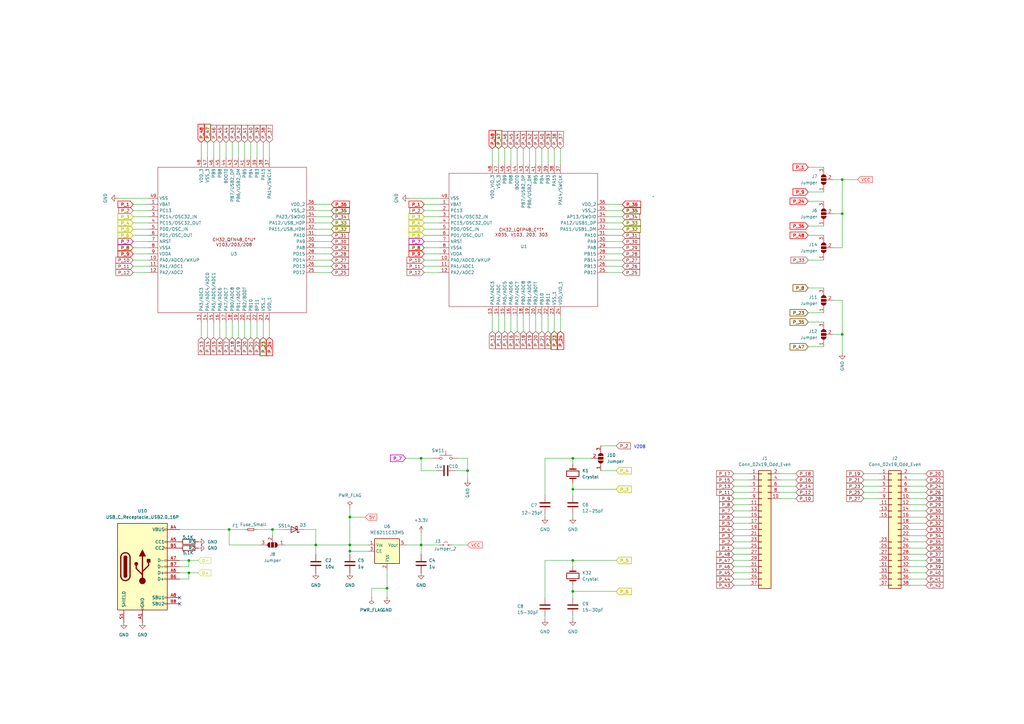
<source format=kicad_sch>
(kicad_sch (version 20250114) (generator "eeschema") (generator_version "9.0")
  (paper "A3")
  (text "V208" (at 262.382 183.388 0) (effects (font (size 1.27 1.27))))
  (junction (at 172.72 223.52))
  (junction (at 345.44 137.16))
  (junction (at 172.72 187.96))
  (junction (at 77.47 234.95))
  (junction (at 234.95 187.96))
  (junction (at 111.76 217.17))
  (junction (at 143.51 226.06))
  (junction (at 234.95 229.87))
  (junction (at 143.51 223.52))
  (junction (at 345.44 87.63))
  (junction (at 143.51 212.09))
  (junction (at 234.95 242.57))
  (junction (at 345.44 73.66))
  (junction (at 158.75 241.3))
  (junction (at 191.77 193.04))
  (junction (at 234.95 200.66))
  (junction (at 77.47 229.87))
  (junction (at 93.98 217.17))
  (junction (at 129.54 223.52))
  (no_connect (at 73.66 247.65))
  (no_connect (at 73.66 245.11))
  (wire (pts (xy 116.84 223.52) (xy 129.54 223.52)))
  (wire (pts (xy 191.77 196.85) (xy 191.77 193.04)))
  (wire (pts (xy 129.54 86.36) (xy 135.89 86.36)))
  (wire (pts (xy 214.63 60.96) (xy 214.63 67.31)))
  (wire (pts (xy 93.98 217.17) (xy 100.33 217.17)))
  (wire (pts (xy 185.42 223.52) (xy 191.77 223.52)))
  (wire (pts (xy 255.27 88.9) (xy 248.92 88.9)))
  (wire (pts (xy 180.34 223.52) (xy 172.72 223.52)))
  (wire (pts (xy 87.63 58.42) (xy 87.63 64.77)))
  (wire (pts (xy 300.99 222.25) (xy 307.34 222.25)))
  (wire (pts (xy 82.55 138.43) (xy 82.55 132.08)))
  (wire (pts (xy 345.44 137.16) (xy 345.44 144.78)))
  (wire (pts (xy 331.47 78.74) (xy 337.82 78.74)))
  (wire (pts (xy 152.4 241.3) (xy 152.4 245.11)))
  (wire (pts (xy 217.17 60.96) (xy 217.17 67.31)))
  (wire (pts (xy 149.86 212.09) (xy 143.51 212.09)))
  (wire (pts (xy 180.34 109.22) (xy 173.99 109.22)))
  (wire (pts (xy 331.47 92.71) (xy 337.82 92.71)))
  (wire (pts (xy 331.47 106.68) (xy 337.82 106.68)))
  (wire (pts (xy 54.61 101.6) (xy 60.96 101.6)))
  (wire (pts (xy 234.95 229.87) (xy 252.73 229.87)))
  (wire (pts (xy 345.44 87.63) (xy 345.44 101.6)))
  (wire (pts (xy 222.25 135.89) (xy 222.25 129.54)))
  (wire (pts (xy 379.73 194.31) (xy 373.38 194.31)))
  (wire (pts (xy 173.99 106.68) (xy 180.34 106.68)))
  (wire (pts (xy 73.66 232.41) (xy 77.47 232.41)))
  (wire (pts (xy 135.89 93.98) (xy 129.54 93.98)))
  (wire (pts (xy 331.47 142.24) (xy 337.82 142.24)))
  (wire (pts (xy 234.95 200.66) (xy 252.73 200.66)))
  (wire (pts (xy 201.93 67.31) (xy 201.93 60.96)))
  (wire (pts (xy 54.61 86.36) (xy 60.96 86.36)))
  (wire (pts (xy 379.73 204.47) (xy 373.38 204.47)))
  (wire (pts (xy 129.54 217.17) (xy 129.54 223.52)))
  (wire (pts (xy 207.01 60.96) (xy 207.01 67.31)))
  (wire (pts (xy 92.71 58.42) (xy 92.71 64.77)))
  (wire (pts (xy 73.66 234.95) (xy 77.47 234.95)))
  (wire (pts (xy 300.99 240.03) (xy 307.34 240.03)))
  (wire (pts (xy 173.99 101.6) (xy 180.34 101.6)))
  (wire (pts (xy 135.89 83.82) (xy 129.54 83.82)))
  (wire (pts (xy 379.73 232.41) (xy 373.38 232.41)))
  (wire (pts (xy 255.27 96.52) (xy 248.92 96.52)))
  (wire (pts (xy 379.73 217.17) (xy 373.38 217.17)))
  (wire (pts (xy 100.33 138.43) (xy 100.33 132.08)))
  (wire (pts (xy 54.61 99.06) (xy 60.96 99.06)))
  (wire (pts (xy 341.63 123.19) (xy 345.44 123.19)))
  (wire (pts (xy 255.27 83.82) (xy 248.92 83.82)))
  (wire (pts (xy 331.47 82.55) (xy 337.82 82.55)))
  (wire (pts (xy 331.47 128.27) (xy 337.82 128.27)))
  (wire (pts (xy 129.54 101.6) (xy 135.89 101.6)))
  (wire (pts (xy 341.63 137.16) (xy 345.44 137.16)))
  (wire (pts (xy 180.34 81.28) (xy 167.64 81.28)))
  (wire (pts (xy 179.07 193.04) (xy 172.72 193.04)))
  (wire (pts (xy 214.63 129.54) (xy 214.63 135.89)))
  (wire (pts (xy 204.47 60.96) (xy 204.47 67.31)))
  (wire (pts (xy 227.33 129.54) (xy 227.33 135.89)))
  (wire (pts (xy 124.46 217.17) (xy 129.54 217.17)))
  (wire (pts (xy 379.73 229.87) (xy 373.38 229.87)))
  (wire (pts (xy 110.49 132.08) (xy 110.49 138.43)))
  (wire (pts (xy 300.99 209.55) (xy 307.34 209.55)))
  (wire (pts (xy 223.52 210.82) (xy 223.52 212.09)))
  (wire (pts (xy 354.33 199.39) (xy 360.68 199.39)))
  (wire (pts (xy 354.33 194.31) (xy 360.68 194.31)))
  (wire (pts (xy 135.89 96.52) (xy 129.54 96.52)))
  (wire (pts (xy 345.44 73.66) (xy 351.79 73.66)))
  (wire (pts (xy 379.73 209.55) (xy 373.38 209.55)))
  (wire (pts (xy 234.95 198.12) (xy 234.95 200.66)))
  (wire (pts (xy 191.77 193.04) (xy 186.69 193.04)))
  (wire (pts (xy 379.73 196.85) (xy 373.38 196.85)))
  (wire (pts (xy 224.79 135.89) (xy 224.79 129.54)))
  (wire (pts (xy 60.96 96.52) (xy 54.61 96.52)))
  (wire (pts (xy 255.27 99.06) (xy 248.92 99.06)))
  (wire (pts (xy 223.52 187.96) (xy 234.95 187.96)))
  (wire (pts (xy 143.51 227.33) (xy 143.51 226.06)))
  (wire (pts (xy 255.27 106.68) (xy 248.92 106.68)))
  (wire (pts (xy 331.47 132.08) (xy 337.82 132.08)))
  (wire (pts (xy 219.71 60.96) (xy 219.71 67.31)))
  (wire (pts (xy 222.25 60.96) (xy 222.25 67.31)))
  (wire (pts (xy 331.47 96.52) (xy 337.82 96.52)))
  (wire (pts (xy 143.51 226.06) (xy 151.13 226.06)))
  (wire (pts (xy 300.99 237.49) (xy 307.34 237.49)))
  (wire (pts (xy 100.33 58.42) (xy 100.33 64.77)))
  (wire (pts (xy 173.99 104.14) (xy 180.34 104.14)))
  (wire (pts (xy 209.55 135.89) (xy 209.55 129.54)))
  (wire (pts (xy 212.09 129.54) (xy 212.09 135.89)))
  (wire (pts (xy 341.63 101.6) (xy 345.44 101.6)))
  (wire (pts (xy 73.66 237.49) (xy 77.47 237.49)))
  (wire (pts (xy 307.34 196.85) (xy 300.99 196.85)))
  (wire (pts (xy 173.99 86.36) (xy 180.34 86.36)))
  (wire (pts (xy 173.99 88.9) (xy 180.34 88.9)))
  (wire (pts (xy 143.51 223.52) (xy 151.13 223.52)))
  (wire (pts (xy 77.47 234.95) (xy 81.28 234.95)))
  (wire (pts (xy 307.34 214.63) (xy 300.99 214.63)))
  (wire (pts (xy 107.95 132.08) (xy 107.95 138.43)))
  (wire (pts (xy 173.99 91.44) (xy 180.34 91.44)))
  (wire (pts (xy 77.47 237.49) (xy 77.47 234.95)))
  (wire (pts (xy 300.99 232.41) (xy 307.34 232.41)))
  (wire (pts (xy 255.27 93.98) (xy 248.92 93.98)))
  (wire (pts (xy 379.73 240.03) (xy 373.38 240.03)))
  (wire (pts (xy 173.99 83.82) (xy 180.34 83.82)))
  (wire (pts (xy 252.73 193.04) (xy 246.38 193.04)))
  (wire (pts (xy 379.73 227.33) (xy 373.38 227.33)))
  (wire (pts (xy 307.34 234.95) (xy 300.99 234.95)))
  (wire (pts (xy 152.4 241.3) (xy 158.75 241.3)))
  (wire (pts (xy 73.66 229.87) (xy 77.47 229.87)))
  (wire (pts (xy 97.79 138.43) (xy 97.79 132.08)))
  (wire (pts (xy 172.72 187.96) (xy 172.72 193.04)))
  (wire (pts (xy 224.79 60.96) (xy 224.79 67.31)))
  (wire (pts (xy 379.73 201.93) (xy 373.38 201.93)))
  (wire (pts (xy 307.34 199.39) (xy 300.99 199.39)))
  (wire (pts (xy 345.44 73.66) (xy 345.44 87.63)))
  (wire (pts (xy 234.95 242.57) (xy 252.73 242.57)))
  (wire (pts (xy 143.51 212.09) (xy 143.51 223.52)))
  (wire (pts (xy 379.73 237.49) (xy 373.38 237.49)))
  (wire (pts (xy 248.92 101.6) (xy 255.27 101.6)))
  (wire (pts (xy 300.99 229.87) (xy 307.34 229.87)))
  (wire (pts (xy 54.61 104.14) (xy 60.96 104.14)))
  (wire (pts (xy 320.04 201.93) (xy 326.39 201.93)))
  (wire (pts (xy 234.95 252.73) (xy 234.95 254)))
  (wire (pts (xy 234.95 187.96) (xy 234.95 190.5)))
  (wire (pts (xy 105.41 217.17) (xy 111.76 217.17)))
  (wire (pts (xy 212.09 60.96) (xy 212.09 67.31)))
  (wire (pts (xy 320.04 194.31) (xy 326.39 194.31)))
  (wire (pts (xy 300.99 207.01) (xy 307.34 207.01)))
  (wire (pts (xy 223.52 252.73) (xy 223.52 254)))
  (wire (pts (xy 77.47 229.87) (xy 81.28 229.87)))
  (wire (pts (xy 373.38 207.01) (xy 379.73 207.01)))
  (wire (pts (xy 54.61 91.44) (xy 60.96 91.44)))
  (wire (pts (xy 341.63 87.63) (xy 345.44 87.63)))
  (wire (pts (xy 234.95 200.66) (xy 234.95 203.2)))
  (wire (pts (xy 135.89 106.68) (xy 129.54 106.68)))
  (wire (pts (xy 379.73 234.95) (xy 373.38 234.95)))
  (wire (pts (xy 172.72 218.44) (xy 172.72 223.52)))
  (wire (pts (xy 217.17 135.89) (xy 217.17 129.54)))
  (wire (pts (xy 209.55 67.31) (xy 209.55 60.96)))
  (wire (pts (xy 158.75 241.3) (xy 158.75 245.11)))
  (wire (pts (xy 105.41 58.42) (xy 105.41 64.77)))
  (wire (pts (xy 90.17 138.43) (xy 90.17 132.08)))
  (wire (pts (xy 354.33 201.93) (xy 360.68 201.93)))
  (wire (pts (xy 331.47 68.58) (xy 337.82 68.58)))
  (wire (pts (xy 207.01 135.89) (xy 207.01 129.54)))
  (wire (pts (xy 379.73 212.09) (xy 373.38 212.09)))
  (wire (pts (xy 320.04 196.85) (xy 326.39 196.85)))
  (wire (pts (xy 158.75 233.68) (xy 158.75 241.3)))
  (wire (pts (xy 331.47 118.11) (xy 337.82 118.11)))
  (wire (pts (xy 85.09 138.43) (xy 85.09 132.08)))
  (wire (pts (xy 201.93 135.89) (xy 201.93 129.54)))
  (wire (pts (xy 300.99 224.79) (xy 307.34 224.79)))
  (wire (pts (xy 255.27 111.76) (xy 248.92 111.76)))
  (wire (pts (xy 82.55 64.77) (xy 82.55 58.42)))
  (wire (pts (xy 107.95 58.42) (xy 107.95 64.77)))
  (wire (pts (xy 320.04 199.39) (xy 326.39 199.39)))
  (wire (pts (xy 341.63 73.66) (xy 345.44 73.66)))
  (wire (pts (xy 143.51 208.28) (xy 143.51 212.09)))
  (wire (pts (xy 345.44 123.19) (xy 345.44 137.16)))
  (wire (pts (xy 92.71 132.08) (xy 92.71 138.43)))
  (wire (pts (xy 234.95 187.96) (xy 242.57 187.96)))
  (wire (pts (xy 229.87 129.54) (xy 229.87 135.89)))
  (wire (pts (xy 180.34 111.76) (xy 173.99 111.76)))
  (wire (pts (xy 54.61 88.9) (xy 60.96 88.9)))
  (wire (pts (xy 135.89 88.9) (xy 129.54 88.9)))
  (wire (pts (xy 307.34 194.31) (xy 300.99 194.31)))
  (wire (pts (xy 379.73 219.71) (xy 373.38 219.71)))
  (wire (pts (xy 106.68 223.52) (xy 93.98 223.52)))
  (wire (pts (xy 204.47 135.89) (xy 204.47 129.54)))
  (wire (pts (xy 166.37 223.52) (xy 172.72 223.52)))
  (wire (pts (xy 172.72 223.52) (xy 172.72 227.33)))
  (wire (pts (xy 234.95 242.57) (xy 234.95 245.11)))
  (wire (pts (xy 191.77 187.96) (xy 187.96 187.96)))
  (wire (pts (xy 111.76 217.17) (xy 116.84 217.17)))
  (wire (pts (xy 95.25 132.08) (xy 95.25 138.43)))
  (wire (pts (xy 307.34 227.33) (xy 300.99 227.33)))
  (wire (pts (xy 373.38 222.25) (xy 379.73 222.25)))
  (wire (pts (xy 229.87 60.96) (xy 229.87 67.31)))
  (wire (pts (xy 252.73 182.88) (xy 246.38 182.88)))
  (wire (pts (xy 379.73 199.39) (xy 373.38 199.39)))
  (wire (pts (xy 102.87 58.42) (xy 102.87 64.77)))
  (wire (pts (xy 300.99 219.71) (xy 307.34 219.71)))
  (wire (pts (xy 255.27 109.22) (xy 248.92 109.22)))
  (wire (pts (xy 102.87 138.43) (xy 102.87 132.08)))
  (wire (pts (xy 135.89 104.14) (xy 129.54 104.14)))
  (wire (pts (xy 255.27 91.44) (xy 248.92 91.44)))
  (wire (pts (xy 300.99 217.17) (xy 307.34 217.17)))
  (wire (pts (xy 191.77 187.96) (xy 191.77 193.04)))
  (wire (pts (xy 129.54 227.33) (xy 129.54 223.52)))
  (wire (pts (xy 223.52 245.11) (xy 223.52 229.87)))
  (wire (pts (xy 135.89 109.22) (xy 129.54 109.22)))
  (wire (pts (xy 54.61 83.82) (xy 60.96 83.82)))
  (wire (pts (xy 379.73 224.79) (xy 373.38 224.79)))
  (wire (pts (xy 234.95 229.87) (xy 234.95 232.41)))
  (wire (pts (xy 135.89 99.06) (xy 129.54 99.06)))
  (wire (pts (xy 97.79 58.42) (xy 97.79 64.77)))
  (wire (pts (xy 300.99 204.47) (xy 307.34 204.47)))
  (wire (pts (xy 219.71 135.89) (xy 219.71 129.54)))
  (wire (pts (xy 143.51 226.06) (xy 143.51 223.52)))
  (wire (pts (xy 60.96 81.28) (xy 48.26 81.28)))
  (wire (pts (xy 227.33 60.96) (xy 227.33 67.31)))
  (wire (pts (xy 77.47 232.41) (xy 77.47 229.87)))
  (wire (pts (xy 105.41 138.43) (xy 105.41 132.08)))
  (wire (pts (xy 87.63 138.43) (xy 87.63 132.08)))
  (wire (pts (xy 111.76 217.17) (xy 111.76 219.71)))
  (wire (pts (xy 180.34 93.98) (xy 173.99 93.98)))
  (wire (pts (xy 60.96 93.98) (xy 54.61 93.98)))
  (wire (pts (xy 354.33 204.47) (xy 360.68 204.47)))
  (wire (pts (xy 166.37 187.96) (xy 172.72 187.96)))
  (wire (pts (xy 60.96 109.22) (xy 54.61 109.22)))
  (wire (pts (xy 110.49 58.42) (xy 110.49 64.77)))
  (wire (pts (xy 248.92 86.36) (xy 255.27 86.36)))
  (wire (pts (xy 223.52 203.2) (xy 223.52 187.96)))
  (wire (pts (xy 129.54 223.52) (xy 143.51 223.52)))
  (wire (pts (xy 135.89 91.44) (xy 129.54 91.44)))
  (wire (pts (xy 93.98 217.17) (xy 93.98 223.52)))
  (wire (pts (xy 173.99 99.06) (xy 180.34 99.06)))
  (wire (pts (xy 85.09 58.42) (xy 85.09 64.77)))
  (wire (pts (xy 379.73 214.63) (xy 373.38 214.63)))
  (wire (pts (xy 135.89 111.76) (xy 129.54 111.76)))
  (wire (pts (xy 177.8 187.96) (xy 172.72 187.96)))
  (wire (pts (xy 326.39 204.47) (xy 320.04 204.47)))
  (wire (pts (xy 54.61 106.68) (xy 60.96 106.68)))
  (wire (pts (xy 234.95 240.03) (xy 234.95 242.57)))
  (wire (pts (xy 307.34 201.93) (xy 300.99 201.93)))
  (wire (pts (xy 73.66 217.17) (xy 93.98 217.17)))
  (wire (pts (xy 90.17 64.77) (xy 90.17 58.42)))
  (wire (pts (xy 255.27 104.14) (xy 248.92 104.14)))
  (wire (pts (xy 307.34 212.09) (xy 300.99 212.09)))
  (wire (pts (xy 180.34 96.52) (xy 173.99 96.52)))
  (wire (pts (xy 60.96 111.76) (xy 54.61 111.76)))
  (wire (pts (xy 234.95 210.82) (xy 234.95 212.09)))
  (wire (pts (xy 354.33 196.85) (xy 360.68 196.85)))
  (wire (pts (xy 223.52 229.87) (xy 234.95 229.87)))
  (wire (pts (xy 95.25 58.42) (xy 95.25 64.77)))
  (global_label "P_5" (shape input) (at 252.73 229.87 0) (effects (font (thickness 0.254) (bold yes))) (property "Intersheetrefs" "${INTERSHEET_REFS}" (effects (hide yes))))
  (global_label "P_11" (shape input) (at 173.99 109.22 180) (property "Intersheetrefs" "${INTERSHEET_REFS}" (effects (hide yes))))
  (global_label "P_44" (shape input) (at 212.09 60.96 90) (property "Intersheetrefs" "${INTERSHEET_REFS}" (effects (hide yes))))
  (global_label "P_4" (shape input) (at 300.99 217.17 180) (effects (font (thickness 0.1588))) (property "Intersheetrefs" "${INTERSHEET_REFS}" (effects (hide yes))))
  (global_label "P_26" (shape input) (at 379.73 201.93 0) (effects (font (thickness 0.1588))) (property "Intersheetrefs" "${INTERSHEET_REFS}" (effects (hide yes))))
  (global_label "P_35" (shape input) (at 255.27 86.36 0) (effects (font (thickness 0.254) (bold yes))) (property "Intersheetrefs" "${INTERSHEET_REFS}" (effects (hide yes))))
  (global_label "P_46" (shape input) (at 87.63 58.42 90) (property "Intersheetrefs" "${INTERSHEET_REFS}" (effects (hide yes))))
  (global_label "P_25" (shape input) (at 135.89 111.76 0) (property "Intersheetrefs" "${INTERSHEET_REFS}" (effects (hide yes))))
  (global_label "P_34" (shape input) (at 135.89 88.9 0) (property "Intersheetrefs" "${INTERSHEET_REFS}" (effects (hide yes))))
  (global_label "P_32" (shape input) (at 379.73 214.63 0) (effects (font (thickness 0.1588))) (property "Intersheetrefs" "${INTERSHEET_REFS}" (effects (hide yes))))
  (global_label "P_28" (shape input) (at 379.73 204.47 0) (effects (font (thickness 0.1588))) (property "Intersheetrefs" "${INTERSHEET_REFS}" (effects (hide yes))))
  (global_label "P_29" (shape input) (at 379.73 207.01 0) (effects (font (thickness 0.1588))) (property "Intersheetrefs" "${INTERSHEET_REFS}" (effects (hide yes))))
  (global_label "P_12" (shape input) (at 326.39 201.93 0) (effects (font (thickness 0.1588))) (property "Intersheetrefs" "${INTERSHEET_REFS}" (effects (hide yes))))
  (global_label "P_1" (shape input) (at 54.61 83.82 180) (effects (font (thickness 0.254) (bold yes))) (property "Intersheetrefs" "${INTERSHEET_REFS}" (effects (hide yes))))
  (global_label "P_16" (shape input) (at 209.55 135.89 270) (property "Intersheetrefs" "${INTERSHEET_REFS}" (effects (hide yes))))
  (global_label "D+" (shape input) (at 81.28 234.95 0) (property "Intersheetrefs" "${INTERSHEET_REFS}" (effects (hide yes))))
  (global_label "P_13" (shape input) (at 201.93 135.89 270) (property "Intersheetrefs" "${INTERSHEET_REFS}" (effects (hide yes))))
  (global_label "P_38" (shape input) (at 227.33 60.96 90) (property "Intersheetrefs" "${INTERSHEET_REFS}" (effects (hide yes))))
  (global_label "P_48" (shape input) (at 331.47 96.52 180) (effects (font (thickness 0.254) (bold yes))) (property "Intersheetrefs" "${INTERSHEET_REFS}" (effects (hide yes))))
  (global_label "P_30" (shape input) (at 255.27 99.06 0) (property "Intersheetrefs" "${INTERSHEET_REFS}" (effects (hide yes))))
  (global_label "P_32" (shape input) (at 135.89 93.98 0) (effects (font (thickness 0.254) (bold yes))) (property "Intersheetrefs" "${INTERSHEET_REFS}" (effects (hide yes))))
  (global_label "P_8" (shape input) (at 331.47 118.11 180) (effects (font (thickness 0.254) (bold yes))) (property "Intersheetrefs" "${INTERSHEET_REFS}" (effects (hide yes))))
  (global_label "P_34" (shape input) (at 255.27 88.9 0) (property "Intersheetrefs" "${INTERSHEET_REFS}" (effects (hide yes))))
  (global_label "P_23" (shape input) (at 331.47 128.27 180) (effects (font (thickness 0.254) (bold yes))) (property "Intersheetrefs" "${INTERSHEET_REFS}" (effects (hide yes))))
  (global_label "P_16" (shape input) (at 326.39 196.85 0) (effects (font (thickness 0.1588))) (property "Intersheetrefs" "${INTERSHEET_REFS}" (effects (hide yes))))
  (global_label "P_4" (shape input) (at 54.61 91.44 180) (effects (font (thickness 0.254) (bold yes))) (property "Intersheetrefs" "${INTERSHEET_REFS}" (effects (hide yes))))
  (global_label "P_13" (shape input) (at 300.99 199.39 180) (effects (font (thickness 0.1588))) (property "Intersheetrefs" "${INTERSHEET_REFS}" (effects (hide yes))))
  (global_label "P_19" (shape input) (at 217.17 135.89 270) (property "Intersheetrefs" "${INTERSHEET_REFS}" (effects (hide yes))))
  (global_label "P_3" (shape input) (at 54.61 88.9 180) (effects (font (thickness 0.254) (bold yes))) (property "Intersheetrefs" "${INTERSHEET_REFS}" (effects (hide yes))))
  (global_label "P_24" (shape input) (at 331.47 82.55 180) (effects (font (thickness 0.254) (bold yes))) (property "Intersheetrefs" "${INTERSHEET_REFS}" (effects (hide yes))))
  (global_label "VCC" (shape input) (at 351.79 73.66 0) (property "Intersheetrefs" "${INTERSHEET_REFS}" (effects (hide yes))))
  (global_label "P_39" (shape input) (at 224.79 60.96 90) (property "Intersheetrefs" "${INTERSHEET_REFS}" (effects (hide yes))))
  (global_label "P_24" (shape input) (at 379.73 199.39 0) (effects (font (thickness 0.1588))) (property "Intersheetrefs" "${INTERSHEET_REFS}" (effects (hide yes))))
  (global_label "P_23" (shape input) (at 227.33 135.89 270) (effects (font (thickness 0.254) (bold yes))) (property "Intersheetrefs" "${INTERSHEET_REFS}" (effects (hide yes))))
  (global_label "P_35" (shape input) (at 331.47 132.08 180) (effects (font (thickness 0.254) (bold yes))) (property "Intersheetrefs" "${INTERSHEET_REFS}" (effects (hide yes))))
  (global_label "P_33" (shape input) (at 331.47 106.68 180) (property "Intersheetrefs" "${INTERSHEET_REFS}" (effects (hide yes))))
  (global_label "P_8" (shape input) (at 54.61 101.6 180) (effects (font (thickness 0.254) (bold yes))) (property "Intersheetrefs" "${INTERSHEET_REFS}" (effects (hide yes))))
  (global_label "P_26" (shape input) (at 135.89 109.22 0) (property "Intersheetrefs" "${INTERSHEET_REFS}" (effects (hide yes))))
  (global_label "P_33" (shape input) (at 255.27 91.44 0) (effects (font (thickness 0.254) (bold yes))) (property "Intersheetrefs" "${INTERSHEET_REFS}" (effects (hide yes))))
  (global_label "P_27" (shape input) (at 135.89 106.68 0) (property "Intersheetrefs" "${INTERSHEET_REFS}" (effects (hide yes))))
  (global_label "P_20" (shape input) (at 219.71 135.89 270) (property "Intersheetrefs" "${INTERSHEET_REFS}" (effects (hide yes))))
  (global_label "P_19" (shape input) (at 354.33 194.31 180) (effects (font (thickness 0.1588))) (property "Intersheetrefs" "${INTERSHEET_REFS}" (effects (hide yes))))
  (global_label "P_46" (shape input) (at 300.99 232.41 180) (effects (font (thickness 0.1588))) (property "Intersheetrefs" "${INTERSHEET_REFS}" (effects (hide yes))))
  (global_label "P_34" (shape input) (at 379.73 219.71 0) (effects (font (thickness 0.1588))) (property "Intersheetrefs" "${INTERSHEET_REFS}" (effects (hide yes))))
  (global_label "P_48" (shape input) (at 201.93 60.96 90) (effects (font (thickness 0.254) (bold yes))) (property "Intersheetrefs" "${INTERSHEET_REFS}" (effects (hide yes))))
  (global_label "P_29" (shape input) (at 255.27 101.6 0) (property "Intersheetrefs" "${INTERSHEET_REFS}" (effects (hide yes))))
  (global_label "P_47" (shape input) (at 204.47 60.96 90) (effects (font (thickness 0.254) (bold yes))) (property "Intersheetrefs" "${INTERSHEET_REFS}" (effects (hide yes))))
  (global_label "P_48" (shape input) (at 82.55 58.42 90) (effects (font (thickness 0.254) (bold yes))) (property "Intersheetrefs" "${INTERSHEET_REFS}" (effects (hide yes))))
  (global_label "P_35" (shape input) (at 135.89 86.36 0) (effects (font (thickness 0.254) (bold yes))) (property "Intersheetrefs" "${INTERSHEET_REFS}" (effects (hide yes))))
  (global_label "P_9" (shape input) (at 54.61 104.14 180) (effects (font (thickness 0.254) (bold yes))) (property "Intersheetrefs" "${INTERSHEET_REFS}" (effects (hide yes))))
  (global_label "P_7" (shape input) (at 54.61 99.06 180) (effects (font (thickness 0.254) (bold yes))) (property "Intersheetrefs" "${INTERSHEET_REFS}" (effects (hide yes))))
  (global_label "P_36" (shape input) (at 255.27 83.82 0) (effects (font (thickness 0.254) (bold yes))) (property "Intersheetrefs" "${INTERSHEET_REFS}" (effects (hide yes))))
  (global_label "P_46" (shape input) (at 207.01 60.96 90) (property "Intersheetrefs" "${INTERSHEET_REFS}" (effects (hide yes))))
  (global_label "P_15" (shape input) (at 87.63 138.43 270) (property "Intersheetrefs" "${INTERSHEET_REFS}" (effects (hide yes))))
  (global_label "P_6" (shape input) (at 173.99 96.52 180) (effects (font (thickness 0.254) (bold yes))) (property "Intersheetrefs" "${INTERSHEET_REFS}" (effects (hide yes))))
  (global_label "P_2" (shape input) (at 300.99 222.25 180) (effects (font (thickness 0.1588))) (property "Intersheetrefs" "${INTERSHEET_REFS}" (effects (hide yes))))
  (global_label "P_14" (shape input) (at 204.47 135.89 270) (property "Intersheetrefs" "${INTERSHEET_REFS}" (effects (hide yes))))
  (global_label "P_40" (shape input) (at 102.87 58.42 90) (property "Intersheetrefs" "${INTERSHEET_REFS}" (effects (hide yes))))
  (global_label "P_1" (shape input) (at 173.99 83.82 180) (effects (font (thickness 0.254) (bold yes))) (property "Intersheetrefs" "${INTERSHEET_REFS}" (effects (hide yes))))
  (global_label "P_45" (shape input) (at 209.55 60.96 90) (property "Intersheetrefs" "${INTERSHEET_REFS}" (effects (hide yes))))
  (global_label "P_31" (shape input) (at 255.27 96.52 0) (property "Intersheetrefs" "${INTERSHEET_REFS}" (effects (hide yes))))
  (global_label "P_28" (shape input) (at 135.89 104.14 0) (property "Intersheetrefs" "${INTERSHEET_REFS}" (effects (hide yes))))
  (global_label "P_9" (shape input) (at 300.99 204.47 180) (effects (font (thickness 0.1588))) (property "Intersheetrefs" "${INTERSHEET_REFS}" (effects (hide yes))))
  (global_label "P_5" (shape input) (at 54.61 93.98 180) (effects (font (thickness 0.254) (bold yes))) (property "Intersheetrefs" "${INTERSHEET_REFS}" (effects (hide yes))))
  (global_label "P_12" (shape input) (at 54.61 111.76 180) (property "Intersheetrefs" "${INTERSHEET_REFS}" (effects (hide yes))))
  (global_label "P_30" (shape input) (at 379.73 209.55 0) (effects (font (thickness 0.1588))) (property "Intersheetrefs" "${INTERSHEET_REFS}" (effects (hide yes))))
  (global_label "P_42" (shape input) (at 217.17 60.96 90) (property "Intersheetrefs" "${INTERSHEET_REFS}" (effects (hide yes))))
  (global_label "P_11" (shape input) (at 54.61 109.22 180) (property "Intersheetrefs" "${INTERSHEET_REFS}" (effects (hide yes))))
  (global_label "P_38" (shape input) (at 379.73 229.87 0) (property "Intersheetrefs" "${INTERSHEET_REFS}" (effects (hide yes))))
  (global_label "P_42" (shape input) (at 97.79 58.42 90) (property "Intersheetrefs" "${INTERSHEET_REFS}" (effects (hide yes))))
  (global_label "P_10" (shape input) (at 54.61 106.68 180) (property "Intersheetrefs" "${INTERSHEET_REFS}" (effects (hide yes))))
  (global_label "P_35" (shape input) (at 379.73 222.25 0) (effects (font (thickness 0.1588))) (property "Intersheetrefs" "${INTERSHEET_REFS}" (effects (hide yes))))
  (global_label "P_5" (shape input) (at 300.99 214.63 180) (effects (font (thickness 0.1588))) (property "Intersheetrefs" "${INTERSHEET_REFS}" (effects (hide yes))))
  (global_label "P_47" (shape input) (at 300.99 229.87 180) (effects (font (thickness 0.1588))) (property "Intersheetrefs" "${INTERSHEET_REFS}" (effects (hide yes))))
  (global_label "P_43" (shape input) (at 95.25 58.42 90) (property "Intersheetrefs" "${INTERSHEET_REFS}" (effects (hide yes))))
  (global_label "P_5" (shape input) (at 173.99 93.98 180) (effects (font (thickness 0.254) (bold yes))) (property "Intersheetrefs" "${INTERSHEET_REFS}" (effects (hide yes))))
  (global_label "P_15" (shape input) (at 300.99 196.85 180) (effects (font (thickness 0.1588))) (property "Intersheetrefs" "${INTERSHEET_REFS}" (effects (hide yes))))
  (global_label "P_37" (shape input) (at 110.49 58.42 90) (property "Intersheetrefs" "${INTERSHEET_REFS}" (effects (hide yes))))
  (global_label "P_38" (shape input) (at 107.95 58.42 90) (property "Intersheetrefs" "${INTERSHEET_REFS}" (effects (hide yes))))
  (global_label "P_12" (shape input) (at 173.99 111.76 180) (property "Intersheetrefs" "${INTERSHEET_REFS}" (effects (hide yes))))
  (global_label "P_33" (shape input) (at 135.89 91.44 0) (effects (font (thickness 0.254) (bold yes))) (property "Intersheetrefs" "${INTERSHEET_REFS}" (effects (hide yes))))
  (global_label "P_25" (shape input) (at 354.33 201.93 180) (effects (font (thickness 0.1588))) (property "Intersheetrefs" "${INTERSHEET_REFS}" (effects (hide yes))))
  (global_label "P_27" (shape input) (at 354.33 204.47 180) (effects (font (thickness 0.1588))) (property "Intersheetrefs" "${INTERSHEET_REFS}" (effects (hide yes))))
  (global_label "VCC" (shape input) (at 191.77 223.52 0) (property "Intersheetrefs" "${INTERSHEET_REFS}" (effects (hide yes))))
  (global_label "P_41" (shape input) (at 379.73 237.49 0) (property "Intersheetrefs" "${INTERSHEET_REFS}" (effects (hide yes))))
  (global_label "P_41" (shape input) (at 219.71 60.96 90) (property "Intersheetrefs" "${INTERSHEET_REFS}" (effects (hide yes))))
  (global_label "P_20" (shape input) (at 100.33 138.43 270) (property "Intersheetrefs" "${INTERSHEET_REFS}" (effects (hide yes))))
  (global_label "P_18" (shape input) (at 214.63 135.89 270) (property "Intersheetrefs" "${INTERSHEET_REFS}" (effects (hide yes))))
  (global_label "P_40" (shape input) (at 222.25 60.96 90) (property "Intersheetrefs" "${INTERSHEET_REFS}" (effects (hide yes))))
  (global_label "P_36" (shape input) (at 135.89 83.82 0) (effects (font (thickness 0.254) (bold yes))) (property "Intersheetrefs" "${INTERSHEET_REFS}" (effects (hide yes))))
  (global_label "P_1" (shape input) (at 300.99 224.79 180) (effects (font (thickness 0.1588))) (property "Intersheetrefs" "${INTERSHEET_REFS}" (effects (hide yes))))
  (global_label "P_31" (shape input) (at 379.73 212.09 0) (effects (font (thickness 0.1588))) (property "Intersheetrefs" "${INTERSHEET_REFS}" (effects (hide yes))))
  (global_label "P_8" (shape input) (at 173.99 101.6 180) (effects (font (thickness 0.254) (bold yes))) (property "Intersheetrefs" "${INTERSHEET_REFS}" (effects (hide yes))))
  (global_label "P_23" (shape input) (at 354.33 199.39 180) (effects (font (thickness 0.1588))) (property "Intersheetrefs" "${INTERSHEET_REFS}" (effects (hide yes))))
  (global_label "P_9" (shape input) (at 173.99 104.14 180) (effects (font (thickness 0.254) (bold yes))) (property "Intersheetrefs" "${INTERSHEET_REFS}" (effects (hide yes))))
  (global_label "P_32" (shape input) (at 255.27 93.98 0) (effects (font (thickness 0.254) (bold yes))) (property "Intersheetrefs" "${INTERSHEET_REFS}" (effects (hide yes))))
  (global_label "P_14" (shape input) (at 85.09 138.43 270) (property "Intersheetrefs" "${INTERSHEET_REFS}" (effects (hide yes))))
  (global_label "P_36" (shape input) (at 379.73 224.79 0) (effects (font (thickness 0.1588))) (property "Intersheetrefs" "${INTERSHEET_REFS}" (effects (hide yes))))
  (global_label "P_29" (shape input) (at 135.89 101.6 0) (property "Intersheetrefs" "${INTERSHEET_REFS}" (effects (hide yes))))
  (global_label "P_7" (shape input) (at 166.37 187.96 180) (effects (font (thickness 0.254) (bold yes))) (property "Intersheetrefs" "${INTERSHEET_REFS}" (effects (hide yes))))
  (global_label "P_7" (shape input) (at 173.99 99.06 180) (effects (font (thickness 0.254) (bold yes))) (property "Intersheetrefs" "${INTERSHEET_REFS}" (effects (hide yes))))
  (global_label "P_9" (shape input) (at 331.47 78.74 180) (effects (font (thickness 0.254) (bold yes))) (property "Intersheetrefs" "${INTERSHEET_REFS}" (effects (hide yes))))
  (global_label "P_24" (shape input) (at 229.87 135.89 270) (effects (font (thickness 0.254) (bold yes))) (property "Intersheetrefs" "${INTERSHEET_REFS}" (effects (hide yes))))
  (global_label "P_3" (shape input) (at 252.73 200.66 0) (effects (font (thickness 0.254) (bold yes))) (property "Intersheetrefs" "${INTERSHEET_REFS}" (effects (hide yes))))
  (global_label "P_2" (shape input) (at 173.99 86.36 180) (property "Intersheetrefs" "${INTERSHEET_REFS}" (effects (hide yes))))
  (global_label "P_36" (shape input) (at 331.47 92.71 180) (effects (font (thickness 0.254) (bold yes))) (property "Intersheetrefs" "${INTERSHEET_REFS}" (effects (hide yes))))
  (global_label "P_8" (shape input) (at 300.99 207.01 180) (effects (font (thickness 0.1588))) (property "Intersheetrefs" "${INTERSHEET_REFS}" (effects (hide yes))))
  (global_label "P_22" (shape input) (at 379.73 196.85 0) (effects (font (thickness 0.1588))) (property "Intersheetrefs" "${INTERSHEET_REFS}" (effects (hide yes))))
  (global_label "P_19" (shape input) (at 97.79 138.43 270) (property "Intersheetrefs" "${INTERSHEET_REFS}" (effects (hide yes))))
  (global_label "P_14" (shape input) (at 326.39 199.39 0) (effects (font (thickness 0.1588))) (property "Intersheetrefs" "${INTERSHEET_REFS}" (effects (hide yes))))
  (global_label "P_37" (shape input) (at 379.73 227.33 0) (effects (font (thickness 0.1588))) (property "Intersheetrefs" "${INTERSHEET_REFS}" (effects (hide yes))))
  (global_label "P_48" (shape input) (at 300.99 227.33 180) (effects (font (thickness 0.1588))) (property "Intersheetrefs" "${INTERSHEET_REFS}" (effects (hide yes))))
  (global_label "P_17" (shape input) (at 92.71 138.43 270) (property "Intersheetrefs" "${INTERSHEET_REFS}" (effects (hide yes))))
  (global_label "5V" (shape input) (at 149.86 212.09 0) (property "Intersheetrefs" "${INTERSHEET_REFS}" (effects (hide yes))))
  (global_label "P_43" (shape input) (at 214.63 60.96 90) (property "Intersheetrefs" "${INTERSHEET_REFS}" (effects (hide yes))))
  (global_label "P_16" (shape input) (at 90.17 138.43 270) (property "Intersheetrefs" "${INTERSHEET_REFS}" (effects (hide yes))))
  (global_label "P_1" (shape input) (at 331.47 68.58 180) (effects (font (thickness 0.254) (bold yes))) (property "Intersheetrefs" "${INTERSHEET_REFS}" (effects (hide yes))))
  (global_label "P_13" (shape input) (at 82.55 138.43 270) (property "Intersheetrefs" "${INTERSHEET_REFS}" (effects (hide yes))))
  (global_label "P_10" (shape input) (at 326.39 204.47 0) (effects (font (thickness 0.1588))) (property "Intersheetrefs" "${INTERSHEET_REFS}" (effects (hide yes))))
  (global_label "P_2" (shape input) (at 252.73 182.88 0) (property "Intersheetrefs" "${INTERSHEET_REFS}" (effects (hide yes))))
  (global_label "P_39" (shape input) (at 379.73 232.41 0) (property "Intersheetrefs" "${INTERSHEET_REFS}" (effects (hide yes))))
  (global_label "P_37" (shape input) (at 229.87 60.96 90) (property "Intersheetrefs" "${INTERSHEET_REFS}" (effects (hide yes))))
  (global_label "P_17" (shape input) (at 300.99 194.31 180) (effects (font (thickness 0.1588))) (property "Intersheetrefs" "${INTERSHEET_REFS}" (effects (hide yes))))
  (global_label "P_41" (shape input) (at 100.33 58.42 90) (property "Intersheetrefs" "${INTERSHEET_REFS}" (effects (hide yes))))
  (global_label "P_18" (shape input) (at 95.25 138.43 270) (property "Intersheetrefs" "${INTERSHEET_REFS}" (effects (hide yes))))
  (global_label "P_33" (shape input) (at 379.73 217.17 0) (effects (font (thickness 0.1588))) (property "Intersheetrefs" "${INTERSHEET_REFS}" (effects (hide yes))))
  (global_label "P_11" (shape input) (at 300.99 201.93 180) (effects (font (thickness 0.1588))) (property "Intersheetrefs" "${INTERSHEET_REFS}" (effects (hide yes))))
  (global_label "P_47" (shape input) (at 85.09 58.42 90) (effects (font (thickness 0.254) (bold yes))) (property "Intersheetrefs" "${INTERSHEET_REFS}" (effects (hide yes))))
  (global_label "P_23" (shape input) (at 107.95 138.43 270) (effects (font (thickness 0.254) (bold yes))) (property "Intersheetrefs" "${INTERSHEET_REFS}" (effects (hide yes))))
  (global_label "P_31" (shape input) (at 135.89 96.52 0) (property "Intersheetrefs" "${INTERSHEET_REFS}" (effects (hide yes))))
  (global_label "P_17" (shape input) (at 212.09 135.89 270) (property "Intersheetrefs" "${INTERSHEET_REFS}" (effects (hide yes))))
  (global_label "P_26" (shape input) (at 255.27 109.22 0) (property "Intersheetrefs" "${INTERSHEET_REFS}" (effects (hide yes))))
  (global_label "P_24" (shape input) (at 110.49 138.43 270) (effects (font (thickness 0.254) (bold yes))) (property "Intersheetrefs" "${INTERSHEET_REFS}" (effects (hide yes))))
  (global_label "P_22" (shape input) (at 224.79 135.89 270) (property "Intersheetrefs" "${INTERSHEET_REFS}" (effects (hide yes))))
  (global_label "P_10" (shape input) (at 173.99 106.68 180) (property "Intersheetrefs" "${INTERSHEET_REFS}" (effects (hide yes))))
  (global_label "P_47" (shape input) (at 331.47 142.24 180) (effects (font (thickness 0.254) (bold yes))) (property "Intersheetrefs" "${INTERSHEET_REFS}" (effects (hide yes))))
  (global_label "P_30" (shape input) (at 135.89 99.06 0) (property "Intersheetrefs" "${INTERSHEET_REFS}" (effects (hide yes))))
  (global_label "P_45" (shape input) (at 90.17 58.42 90) (property "Intersheetrefs" "${INTERSHEET_REFS}" (effects (hide yes))))
  (global_label "P_42" (shape input) (at 379.73 240.03 0) (property "Intersheetrefs" "${INTERSHEET_REFS}" (effects (hide yes))))
  (global_label "P_43" (shape input) (at 300.99 240.03 180) (effects (font (thickness 0.1588))) (property "Intersheetrefs" "${INTERSHEET_REFS}" (effects (hide yes))))
  (global_label "P_27" (shape input) (at 255.27 106.68 0) (property "Intersheetrefs" "${INTERSHEET_REFS}" (effects (hide yes))))
  (global_label "P_4" (shape input) (at 252.73 193.04 0) (effects (font (thickness 0.254) (bold yes))) (property "Intersheetrefs" "${INTERSHEET_REFS}" (effects (hide yes))))
  (global_label "P_44" (shape input) (at 300.99 237.49 180) (effects (font (thickness 0.1588))) (property "Intersheetrefs" "${INTERSHEET_REFS}" (effects (hide yes))))
  (global_label "P_40" (shape input) (at 379.73 234.95 0) (property "Intersheetrefs" "${INTERSHEET_REFS}" (effects (hide yes))))
  (global_label "P_6" (shape input) (at 300.99 212.09 180) (effects (font (thickness 0.1588))) (property "Intersheetrefs" "${INTERSHEET_REFS}" (effects (hide yes))))
  (global_label "P_6" (shape input) (at 252.73 242.57 0) (effects (font (thickness 0.254) (bold yes))) (property "Intersheetrefs" "${INTERSHEET_REFS}" (effects (hide yes))))
  (global_label "D-" (shape input) (at 81.28 229.87 0) (property "Intersheetrefs" "${INTERSHEET_REFS}" (effects (hide yes))))
  (global_label "P_45" (shape input) (at 300.99 234.95 180) (effects (font (thickness 0.1588))) (property "Intersheetrefs" "${INTERSHEET_REFS}" (effects (hide yes))))
  (global_label "P_6" (shape input) (at 54.61 96.52 180) (effects (font (thickness 0.254) (bold yes))) (property "Intersheetrefs" "${INTERSHEET_REFS}" (effects (hide yes))))
  (global_label "P_18" (shape input) (at 326.39 194.31 0) (effects (font (thickness 0.1588))) (property "Intersheetrefs" "${INTERSHEET_REFS}" (effects (hide yes))))
  (global_label "P_2" (shape input) (at 54.61 86.36 180) (property "Intersheetrefs" "${INTERSHEET_REFS}" (effects (hide yes))))
  (global_label "P_28" (shape input) (at 255.27 104.14 0) (property "Intersheetrefs" "${INTERSHEET_REFS}" (effects (hide yes))))
  (global_label "P_7" (shape input) (at 300.99 209.55 180) (effects (font (thickness 0.1588))) (property "Intersheetrefs" "${INTERSHEET_REFS}" (effects (hide yes))))
  (global_label "P_21" (shape input) (at 354.33 196.85 180) (effects (font (thickness 0.1588))) (property "Intersheetrefs" "${INTERSHEET_REFS}" (effects (hide yes))))
  (global_label "P_44" (shape input) (at 92.71 58.42 90) (property "Intersheetrefs" "${INTERSHEET_REFS}" (effects (hide yes))))
  (global_label "P_3" (shape input) (at 300.99 219.71 180) (effects (font (thickness 0.1588))) (property "Intersheetrefs" "${INTERSHEET_REFS}" (effects (hide yes))))
  (global_label "P_39" (shape input) (at 105.41 58.42 90) (property "Intersheetrefs" "${INTERSHEET_REFS}" (effects (hide yes))))
  (global_label "P_25" (shape input) (at 255.27 111.76 0) (property "Intersheetrefs" "${INTERSHEET_REFS}" (effects (hide yes))))
  (global_label "P_3" (shape input) (at 173.99 88.9 180) (effects (font (thickness 0.254) (bold yes))) (property "Intersheetrefs" "${INTERSHEET_REFS}" (effects (hide yes))))
  (global_label "P_20" (shape input) (at 379.73 194.31 0) (effects (font (thickness 0.1588))) (property "Intersheetrefs" "${INTERSHEET_REFS}" (effects (hide yes))))
  (global_label "P_15" (shape input) (at 207.01 135.89 270) (property "Intersheetrefs" "${INTERSHEET_REFS}" (effects (hide yes))))
  (global_label "P_21" (shape input) (at 102.87 138.43 270) (property "Intersheetrefs" "${INTERSHEET_REFS}" (effects (hide yes))))
  (global_label "P_22" (shape input) (at 105.41 138.43 270) (property "Intersheetrefs" "${INTERSHEET_REFS}" (effects (hide yes))))
  (global_label "P_4" (shape input) (at 173.99 91.44 180) (effects (font (thickness 0.254) (bold yes))) (property "Intersheetrefs" "${INTERSHEET_REFS}" (effects (hide yes))))
  (global_label "P_21" (shape input) (at 222.25 135.89 270) (property "Intersheetrefs" "${INTERSHEET_REFS}" (effects (hide yes))))
  (symbol (lib_name "GND_1") (lib_id "power:GND") (at 158.75 245.11 0) (unit 1)
    (property "Reference" "#PWR010" (effects (hide yes)))
    (property "Value" "GND" (at 158.75 250.19 0))
    (property "Description" "Power symbol creates a global label with name \"GND\" , ground" (effects (hide yes)))
  )
  (symbol (lib_id "Jumper:SolderJumper_3_Open") (at 337.82 73.66 90) (unit 1) (in_bom no)
    (property "Reference" "J7" (at 335.28 72.3899 90) (effects (justify left)))
    (property "Value" "Jumper" (at 335.28 74.9299 90) (effects (justify left)))
    (property "Footprint" "IOT-Mess-Footprints:Jumper-3_P1.3mm_Open_RoundedPad1.0x1.5mm" (effects (hide yes)))
    (property "Description" "Solder Jumper, 3-pole, open" (effects (hide yes)))
  )
  (symbol (lib_id "Device:C") (at 234.95 248.92 0) (unit 1)
    (property "Reference" "C9" (at 238.76 247.6499 0) (effects (justify left)))
    (property "Value" "15-30pF" (at 238.76 250.1899 0) (effects (justify left)))
    (property "Footprint" "Capacitor_SMD:C_0603_1608Metric" (effects (hide yes)))
  )
  (symbol (lib_id "Device:R") (at 77.47 224.79 90) (unit 1)
    (property "Reference" "R2" (at 80.01 224.79 90) (effects (justify left)))
    (property "Value" "5.1K" (at 79.375 226.695 90) (effects (justify left)))
    (property "Footprint" "Resistor_SMD:R_0603_1608Metric" (effects (hide yes)))
  )
  (symbol (lib_id "Device:Crystal") (at 234.95 236.22 270) (unit 1)
    (property "Reference" "K32" (at 238.76 234.9499 90) (effects (justify left)))
    (property "Value" "Crystal" (at 238.76 237.4899 90) (effects (justify left)))
    (property "Footprint" "Crystal:Crystal_SMD_3225-4Pin_3.2x2.5mm" (effects (hide yes)))
    (property "Description" "Two pin crystal" (effects (hide yes)))
  )
  (symbol (lib_name "GND_1") (lib_id "power:GND") (at 234.95 212.09 0) (unit 1)
    (property "Reference" "#PWR021" (effects (hide yes)))
    (property "Value" "GND" (at 234.95 217.17 0))
    (property "Description" "Power symbol creates a global label with name \"GND\" , ground" (effects (hide yes)))
  )
  (symbol (lib_name "GND_1") (lib_id "power:GND") (at 191.77 196.85 0) (mirror y) (unit 1)
    (property "Reference" "#PWR044" (effects (hide yes)))
    (property "Value" "GND" (at 191.77 200.152 90) (effects (justify right)))
    (property "Description" "Power symbol creates a global label with name \"GND\" , ground" (effects (hide yes)))
  )
  (symbol (lib_id "Jumper:Jumper_2_Small_Open") (at 182.88 223.52 0) (unit 1)
    (property "Reference" "J3" (at 179.578 221.996 0))
    (property "Value" "Jumper_2" (at 182.626 225.044 0))
    (property "Footprint" "IOT-Mess-Footprints:Jumpper-triangle" (effects (hide yes)))
    (property "Description" "Jumper, 2-pole, small symbol, open" (effects (hide yes)))
  )
  (symbol (lib_id "Device:C") (at 129.54 231.14 0) (unit 1)
    (property "Reference" "C2" (at 133.35 229.87 0) (effects (justify left)))
    (property "Value" "10u" (at 133.35 232.41 0) (effects (justify left)))
    (property "Footprint" "Capacitor_SMD:C_0603_1608Metric" (effects (hide yes)))
  )
  (symbol (lib_name "Conn_02x19_Odd_Even_1") (lib_id "Connector_Generic:Conn_02x19_Odd_Even") (at 312.42 217.17 0) (unit 1)
    (property "Reference" "J1" (at 313.69 187.96 0))
    (property "Value" "Conn_02x19_Odd_Even" (at 313.69 190.5 0))
    (property "Footprint" "Connector_PinHeader_2.54mm:PinHeader_2x19_P2.54mm_Vertical" (effects (hide yes)))
    (property "Description" "Generic connector, double row, 02x19, odd/even pin numbering scheme (row 1 odd numbers, row 2 even numbers), script generated (kicad-library-utils/schlib/autogen/connector/)" (effects (hide yes)))
  )
  (symbol (lib_name "GND_1") (lib_id "power:GND") (at 58.42 255.27 0) (unit 1)
    (property "Reference" "#PWR013" (effects (hide yes)))
    (property "Value" "GND" (at 58.42 260.35 0))
    (property "Description" "Power symbol creates a global label with name \"GND\" , ground" (effects (hide yes)))
  )
  (symbol (lib_id "Jumper:SolderJumper_3_Open") (at 111.76 223.52 180) (unit 1) (in_bom no)
    (property "Reference" "J8" (at 111.76 227.33 0))
    (property "Value" "Jumper" (at 111.76 229.87 0))
    (property "Footprint" "IOT-Mess-Footprints:Jumper-3_P1.3mm_Open_RoundedPad1.0x1.5mm" (effects (hide yes)))
    (property "Description" "Solder Jumper, 3-pole, open" (effects (hide yes)))
  )
  (symbol (lib_id "Jumper:SolderJumper_3_Open") (at 337.82 123.19 90) (unit 1) (in_bom no)
    (property "Reference" "J11" (at 335.28 121.9199 90) (effects (justify left)))
    (property "Value" "Jumper" (at 335.28 124.4599 90) (effects (justify left)))
    (property "Footprint" "IOT-Mess-Footprints:Jumper-3_P1.3mm_Open_RoundedPad1.0x1.5mm" (effects (hide yes)))
    (property "Description" "Solder Jumper, 3-pole, open" (effects (hide yes)))
  )
  (symbol (lib_name "GND_1") (lib_id "power:GND") (at 81.28 222.25 90) (unit 1)
    (property "Reference" "#PWR016" (effects (hide yes)))
    (property "Value" "GND" (at 85.09 222.2499 90) (effects (justify right)))
    (property "Description" "Power symbol creates a global label with name \"GND\" , ground" (effects (hide yes)))
  )
  (symbol (lib_id "Device:C") (at 223.52 248.92 0) (unit 1)
    (property "Reference" "C8" (at 212.09 248.666 0) (effects (justify left)))
    (property "Value" "15-30pF" (at 212.09 251.206 0) (effects (justify left)))
    (property "Footprint" "Capacitor_SMD:C_0603_1608Metric" (effects (hide yes)))
  )
  (symbol (lib_id "Device:Crystal") (at 234.95 194.31 270) (unit 1)
    (property "Reference" "K1" (at 238.76 193.0399 90) (effects (justify left)))
    (property "Value" "Crystal" (at 238.76 195.5799 90) (effects (justify left)))
    (property "Footprint" "Crystal:Crystal_SMD_3225-4Pin_3.2x2.5mm" (effects (hide yes)))
    (property "Description" "Two pin crystal" (effects (hide yes)))
  )
  (symbol (lib_id "Jumper:SolderJumper_3_Open") (at 246.38 187.96 270) (mirror x) (unit 1) (in_bom no)
    (property "Reference" "J10" (at 248.92 186.6899 90) (effects (justify left)))
    (property "Value" "Jumper" (at 248.92 189.2299 90) (effects (justify left)))
    (property "Footprint" "IOT-Mess-Footprints:Jumper-3_P1.3mm_Open_RoundedPad1.0x1.5mm" (effects (hide yes)))
    (property "Description" "Solder Jumper, 3-pole, open" (effects (hide yes)))
  )
  (symbol (lib_id "Device:R") (at 77.47 222.25 90) (unit 1)
    (property "Reference" "R3" (at 80.01 222.25 90) (effects (justify left)))
    (property "Value" "5.1K" (at 79.375 220.345 90) (effects (justify left)))
    (property "Footprint" "Resistor_SMD:R_0603_1608Metric" (effects (hide yes)))
  )
  (symbol (lib_id "Regulator_Linear:ME6211C33M5") (at 158.75 226.06 0) (unit 1)
    (property "Reference" "U6" (at 158.75 215.9 0))
    (property "Value" "ME6211C33M5" (at 158.75 218.44 0))
    (property "Footprint" "Package_TO_SOT_SMD:SOT-23-5" (effects (hide yes)))
    (property "Datasheet" "https://www.lcsc.com/datasheet/lcsc_datasheet_2304140030_MICRONE-Nanjing-Micro-One-Elec-ME6211C33R5G_C235316.pdf" (effects (hide yes)))
    (property "Description" "500mA low dropout linear regulator, shutdown pin, 6.5V max input voltage, 3.3V fixed positive output, SOT-23-5" (effects (hide yes)))
  )
  (symbol (lib_id "IOT-Mess:CH32_LQFP48_C*T*") (at 214.63 99.06 0) (unit 1)
    (property "Reference" "U1" (at 214.884 101.092 0))
    (property "Value" "~" (at 267.97 80.5749 0))
    (property "Footprint" "Package_QFP:LQFP-48-1EP_7x7mm_P0.5mm_EP3.6x3.6mm" (effects (hide yes)))
  )
  (symbol (lib_id "power:PWR_FLAG") (at 143.51 208.28 0) (unit 1)
    (property "Reference" "#FLG05" (effects (hide yes)))
    (property "Value" "PWR_FLAG" (at 143.51 203.2 0))
    (property "Description" "Special symbol for telling ERC where power comes from" (effects (hide yes)))
  )
  (symbol (lib_id "power:PWR_FLAG") (at 152.4 245.11 180) (unit 1)
    (property "Reference" "#FLG04" (effects (hide yes)))
    (property "Value" "PWR_FLAG" (at 152.4 250.19 0))
    (property "Description" "Special symbol for telling ERC where power comes from" (effects (hide yes)))
  )
  (symbol (lib_name "GND_1") (lib_id "power:GND") (at 223.52 212.09 0) (unit 1)
    (property "Reference" "#PWR022" (effects (hide yes)))
    (property "Value" "GND" (at 223.52 217.17 0))
    (property "Description" "Power symbol creates a global label with name \"GND\" , ground" (effects (hide yes)))
  )
  (symbol (lib_name "GND_1") (lib_id "power:GND") (at 50.8 255.27 0) (unit 1)
    (property "Reference" "#PWR011" (effects (hide yes)))
    (property "Value" "GND" (at 50.8 260.35 0))
    (property "Description" "Power symbol creates a global label with name \"GND\" , ground" (effects (hide yes)))
  )
  (symbol (lib_id "Diode:SS14") (at 120.65 217.17 180) (unit 1)
    (property "Reference" "D3" (at 124.206 215.392 0))
    (property "Value" "SS14" (at 116.586 215.646 0))
    (property "Footprint" "Diode_SMD:D_SMA" (effects (hide yes)))
    (property "Datasheet" "https://www.vishay.com/docs/88746/ss12.pdf" (effects (hide yes)))
    (property "Description" "40V 1A Schottky Diode, SMA" (effects (hide yes)))
  )
  (symbol (lib_name "GND_1") (lib_id "power:GND") (at 345.44 144.78 0) (mirror y) (unit 1)
    (property "Reference" "#PWR046" (effects (hide yes)))
    (property "Value" "GND" (at 345.44 148.082 90) (effects (justify right)))
    (property "Description" "Power symbol creates a global label with name \"GND\" , ground" (effects (hide yes)))
  )
  (symbol (lib_id "Device:C") (at 143.51 231.14 0) (unit 1)
    (property "Reference" "C5" (at 146.685 229.87 0) (effects (justify left)))
    (property "Value" "1u" (at 146.685 232.41 0) (effects (justify left)))
    (property "Footprint" "Capacitor_SMD:C_0603_1608Metric" (effects (hide yes)))
  )
  (symbol (lib_name "GND_1") (lib_id "power:GND") (at 167.64 81.28 270) (unit 1)
    (property "Reference" "#PWR025" (effects (hide yes)))
    (property "Value" "GND" (at 162.56 81.28 0))
    (property "Description" "Power symbol creates a global label with name \"GND\" , ground" (effects (hide yes)))
  )
  (symbol (lib_id "power:+3.3V") (at 172.72 218.44 0) (unit 1)
    (property "Reference" "#PWR01" (effects (hide yes)))
    (property "Value" "+3.3V" (at 172.72 213.36 0))
    (property "Description" "Power symbol creates a global label with name \"+3.3V\"" (effects (hide yes)))
  )
  (symbol (lib_name "GND_1") (lib_id "power:GND") (at 223.52 254 0) (unit 1)
    (property "Reference" "#PWR023" (effects (hide yes)))
    (property "Value" "GND" (at 223.52 259.08 0))
    (property "Description" "Power symbol creates a global label with name \"GND\" , ground" (effects (hide yes)))
  )
  (symbol (lib_id "Connector_Generic:Conn_02x19_Odd_Even") (at 365.76 217.17 0) (unit 1)
    (property "Reference" "J2" (at 367.03 187.96 0))
    (property "Value" "Conn_02x19_Odd_Even" (at 367.03 190.5 0))
    (property "Footprint" "Connector_PinHeader_2.54mm:PinHeader_2x19_P2.54mm_Vertical" (effects (hide yes)))
    (property "Description" "Generic connector, double row, 02x19, odd/even pin numbering scheme (row 1 odd numbers, row 2 even numbers), script generated (kicad-library-utils/schlib/autogen/connector/)" (effects (hide yes)))
  )
  (symbol (lib_id "IOT-Mess:CH32_QFN48_C*U*") (at 95.25 99.06 0) (unit 1)
    (property "Reference" "U3" (at 94.488 104.14 0) (effects (justify left)))
    (property "Value" "CH32L103C8T6" (effects (hide yes)))
    (property "Footprint" "Package_DFN_QFN:QFN-48-1EP_5x5mm_P0.35mm_EP3.7x3.7mm_ThermalVias" (effects (hide yes)))
    (property "Description" "RISC-V MCU USBPD" (effects (hide yes)))
  )
  (symbol (lib_id "Device:C") (at 234.95 207.01 0) (unit 1)
    (property "Reference" "C6" (at 238.76 207.01 0) (effects (justify left)))
    (property "Value" "12-25pF" (at 238.76 209.55 0) (effects (justify left)))
    (property "Footprint" "Capacitor_SMD:C_0603_1608Metric" (effects (hide yes)))
  )
  (symbol (lib_id "Connector:USB_C_Receptacle_USB2.0_16P") (at 58.42 232.41 0) (unit 1)
    (property "Reference" "U10" (at 58.42 209.55 0))
    (property "Value" "USB_C_Receptacle_USB2.0_16P" (at 58.42 212.09 0))
    (property "Footprint" "Connector_USB:USB_C_Receptacle_HRO_TYPE-C-31-M-12" (effects (hide yes)))
    (property "Datasheet" "https://www.usb.org/sites/default/files/documents/usb_type-c.zip" (effects (hide yes)))
    (property "Description" "USB 2.0-only 16P Type-C Receptacle connector" (effects (hide yes)))
  )
  (symbol (lib_name "GND_1") (lib_id "power:GND") (at 234.95 254 0) (unit 1)
    (property "Reference" "#PWR024" (effects (hide yes)))
    (property "Value" "GND" (at 234.95 259.08 0))
    (property "Description" "Power symbol creates a global label with name \"GND\" , ground" (effects (hide yes)))
  )
  (symbol (lib_name "GND_1") (lib_id "power:GND") (at 81.28 224.79 90) (unit 1)
    (property "Reference" "#PWR017" (effects (hide yes)))
    (property "Value" "GND" (at 85.09 224.7899 90) (effects (justify right)))
    (property "Description" "Power symbol creates a global label with name \"GND\" , ground" (effects (hide yes)))
  )
  (symbol (lib_id "Device:C") (at 223.52 207.01 0) (unit 1)
    (property "Reference" "C7" (at 217.678 207.264 0) (effects (justify left)))
    (property "Value" "12-25pF" (at 213.868 210.312 0) (effects (justify left)))
    (property "Footprint" "Capacitor_SMD:C_0603_1608Metric" (effects (hide yes)))
  )
  (symbol (lib_id "Jumper:SolderJumper_3_Open") (at 337.82 101.6 90) (unit 1) (in_bom no)
    (property "Reference" "J14" (at 335.28 100.3299 90) (effects (justify left)))
    (property "Value" "Jumper" (at 335.28 102.8699 90) (effects (justify left)))
    (property "Footprint" "IOT-Mess-Footprints:Jumper-3_P1.3mm_Open_RoundedPad1.0x1.5mm" (effects (hide yes)))
    (property "Description" "Solder Jumper, 3-pole, open" (effects (hide yes)))
  )
  (symbol (lib_id "Device:C") (at 172.72 231.14 0) (unit 1)
    (property "Reference" "C4" (at 175.895 229.87 0) (effects (justify left)))
    (property "Value" "1u" (at 175.895 232.41 0) (effects (justify left)))
    (property "Footprint" "Capacitor_SMD:C_0603_1608Metric" (effects (hide yes)))
  )
  (symbol (lib_name "GND_1") (lib_id "power:GND") (at 172.72 234.95 0) (unit 1)
    (property "Reference" "#PWR015" (effects (hide yes)))
    (property "Value" "GND" (at 172.72 240.03 0))
    (property "Description" "Power symbol creates a global label with name \"GND\" , ground" (effects (hide yes)))
  )
  (symbol (lib_name "GND_1") (lib_id "power:GND") (at 48.26 81.28 270) (unit 1)
    (property "Reference" "#PWR020" (effects (hide yes)))
    (property "Value" "GND" (at 43.18 81.28 0))
    (property "Description" "Power symbol creates a global label with name \"GND\" , ground" (effects (hide yes)))
  )
  (symbol (lib_name "GND_1") (lib_id "power:GND") (at 143.51 234.95 0) (unit 1)
    (property "Reference" "#PWR018" (effects (hide yes)))
    (property "Value" "GND" (at 143.51 240.03 0))
    (property "Description" "Power symbol creates a global label with name \"GND\" , ground" (effects (hide yes)))
  )
  (symbol (lib_id "Switch:SW_Push") (at 182.88 187.96 0) (unit 1)
    (property "Reference" "SW11" (at 179.705 184.785 0))
    (property "Value" "SW_Push" (effects (hide yes)))
    (property "Footprint" "Button_Switch_SMD:SW_SPST_PTS810" (effects (hide yes)))
  )
  (symbol (lib_id "Device:Fuse_Small") (at 102.87 217.17 0) (unit 1)
    (property "Reference" "F1" (at 96.52 215.646 0))
    (property "Value" "Fuse_Small" (at 103.886 215.138 0))
    (property "Description" "Fuse, small symbol" (effects (hide yes)))
  )
  (symbol (lib_id "Device:C") (at 182.88 193.04 90) (mirror x) (unit 1)
    (property "Reference" "C10" (at 185.928 191.262 90))
    (property "Value" ".1u" (at 179.832 191.262 90))
    (property "Footprint" "Capacitor_SMD:C_0603_1608Metric" (effects (hide yes)))
  )
  (symbol (lib_id "Jumper:SolderJumper_3_Open") (at 337.82 87.63 90) (unit 1) (in_bom no)
    (property "Reference" "J6" (at 335.28 86.3599 90) (effects (justify left)))
    (property "Value" "Jumper" (at 335.28 88.8999 90) (effects (justify left)))
    (property "Footprint" "IOT-Mess-Footprints:Jumper-3_P1.3mm_Open_RoundedPad1.0x1.5mm" (effects (hide yes)))
    (property "Description" "Solder Jumper, 3-pole, open" (effects (hide yes)))
  )
  (symbol (lib_name "GND_1") (lib_id "power:GND") (at 129.54 234.95 0) (unit 1)
    (property "Reference" "#PWR014" (effects (hide yes)))
    (property "Value" "GND" (at 129.54 240.03 0))
    (property "Description" "Power symbol creates a global label with name \"GND\" , ground" (effects (hide yes)))
  )
  (symbol (lib_id "Jumper:SolderJumper_3_Open") (at 337.82 137.16 90) (unit 1) (in_bom no)
    (property "Reference" "J12" (at 335.28 135.8899 90) (effects (justify left)))
    (property "Value" "Jumper" (at 335.28 138.4299 90) (effects (justify left)))
    (property "Footprint" "IOT-Mess-Footprints:Jumper-3_P1.3mm_Open_RoundedPad1.0x1.5mm" (effects (hide yes)))
    (property "Description" "Solder Jumper, 3-pole, open" (effects (hide yes)))
  )
)
</source>
